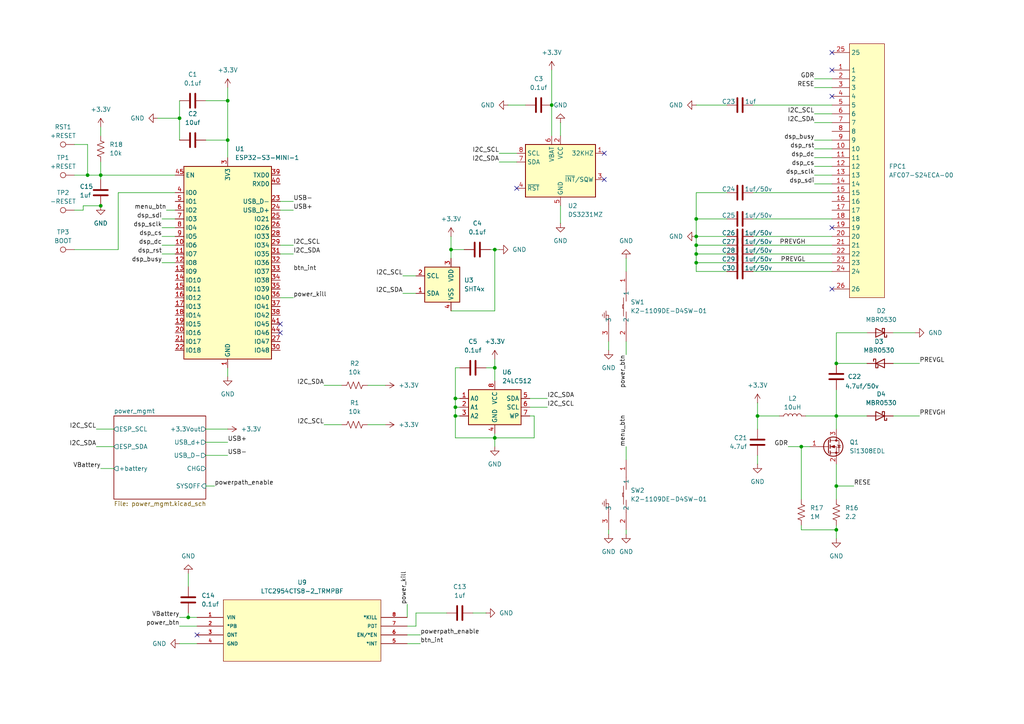
<source format=kicad_sch>
(kicad_sch (version 20250114) (generator "eeschema") (generator_version "9.0")
  (paper "A4")
  (lib_symbols
    (symbol "Connector:TestPoint" (pin_numbers (hide yes)) (pin_names (offset 0.762) (hide yes))
      (property "Reference" "TP" (at 0 6.858 0))
      (property "Value" "TestPoint" (at 0 5.08 0))
      (symbol "TestPoint_0_1"
        (circle (center 0 3.302) (radius 0.762))
      )
      (symbol "TestPoint_1_1"
        (pin passive line (at 0 0 90) (length 2.54) (name "1") (number "1"))
      )
    )
    (symbol "Device:C" (pin_numbers (hide yes)) (pin_names (offset 0.254))
      (property "Reference" "C" (at 0.635 2.54 0))
      (property "Value" "C" (at 0.635 -2.54 0))
      (symbol "C_0_1"
        (polyline (pts (xy -2.032 0.762) (xy 2.032 0.762)) (stroke (width 0.508)))
        (polyline (pts (xy -2.032 -0.762) (xy 2.032 -0.762)) (stroke (width 0.508)))
      )
      (symbol "C_1_1"
        (pin passive line (at 0 3.81 270) (length 2.794) (name "~") (number "1"))
        (pin passive line (at 0 -3.81 90) (length 2.794) (name "~") (number "2"))
      )
    )
    (symbol "Device:L" (pin_numbers (hide yes)) (pin_names (offset 1.016) (hide yes))
      (property "Reference" "L" (at -1.27 0 90))
      (property "Value" "L" (at 1.905 0 90))
      (symbol "L_0_1"
        (arc (start 0 2.54) (mid 0.6323 1.905) (end 0 1.27))
        (arc (start 0 1.27) (mid 0.6323 0.635) (end 0 0))
        (arc (start 0 0) (mid 0.6323 -0.635) (end 0 -1.27))
        (arc (start 0 -1.27) (mid 0.6323 -1.905) (end 0 -2.54))
      )
      (symbol "L_1_1"
        (pin passive line (at 0 3.81 270) (length 1.27) (name "1") (number "1"))
        (pin passive line (at 0 -3.81 90) (length 1.27) (name "2") (number "2"))
      )
    )
    (symbol "Device:R_US" (pin_numbers (hide yes)) (pin_names (offset 0))
      (property "Reference" "R" (at 2.54 0 90))
      (property "Value" "R_US" (at -2.54 0 90))
      (symbol "R_US_0_1"
        (polyline (pts (xy 0 2.286) (xy 0 2.54)))
        (polyline (pts (xy 0 2.286) (xy 1.016 1.905) (xy 0 1.524) (xy -1.016 1.143) (xy 0 0.762)))
        (polyline (pts (xy 0 0.762) (xy 1.016 0.381) (xy 0 0) (xy -1.016 -0.381) (xy 0 -0.762)))
        (polyline (pts (xy 0 -0.762) (xy 1.016 -1.143) (xy 0 -1.524) (xy -1.016 -1.905) (xy 0 -2.286)))
        (polyline (pts (xy 0 -2.286) (xy 0 -2.54)))
      )
      (symbol "R_US_1_1"
        (pin passive line (at 0 3.81 270) (length 1.27) (name "~") (number "1"))
        (pin passive line (at 0 -3.81 90) (length 1.27) (name "~") (number "2"))
      )
    )
    (symbol "Diode:MBR0530" (pin_numbers (hide yes)) (pin_names (offset 1.016) (hide yes))
      (property "Reference" "D" (at 0 2.54 0))
      (property "Value" "MBR0530" (at 0 -2.54 0))
      (symbol "MBR0530_0_1"
        (polyline (pts (xy -1.905 0.635) (xy -1.905 1.27) (xy -1.27 1.27) (xy -1.27 -1.27) (xy -0.635 -1.27) (xy -0.635 -0.635)) (stroke (width 0.254)))
        (polyline (pts (xy 1.27 1.27) (xy 1.27 -1.27) (xy -1.27 0) (xy 1.27 1.27)) (stroke (width 0.254)))
        (polyline (pts (xy 1.27 0) (xy -1.27 0)))
      )
      (symbol "MBR0530_1_1"
        (pin passive line (at -3.81 0 0) (length 2.54) (name "K") (number "1"))
        (pin passive line (at 3.81 0 180) (length 2.54) (name "A") (number "2"))
      )
    )
    (symbol "FPC-SMD_AFC07-S24ECA-00:AFC07-S24ECA-00"
      (property "Reference" "FPC" (at 0 39.37 0))
      (property "Value" "AFC07-S24ECA-00" (at 0 -39.37 0))
      (symbol "AFC07-S24ECA-00_0_1"
        (rectangle (start -2.54 36.83) (end 7.62 -36.83) (fill (type background)))
        (pin unspecified line (at -7.62 34.29 0) (length 5.08) (name "25") (number "25"))
        (pin unspecified line (at -7.62 29.21 0) (length 5.08) (name "1") (number "1"))
        (pin unspecified line (at -7.62 26.67 0) (length 5.08) (name "2") (number "2"))
        (pin unspecified line (at -7.62 24.13 0) (length 5.08) (name "3") (number "3"))
        (pin unspecified line (at -7.62 21.59 0) (length 5.08) (name "4") (number "4"))
        (pin unspecified line (at -7.62 19.05 0) (length 5.08) (name "5") (number "5"))
        (pin unspecified line (at -7.62 16.51 0) (length 5.08) (name "6") (number "6"))
        (pin unspecified line (at -7.62 13.97 0) (length 5.08) (name "7") (number "7"))
        (pin unspecified line (at -7.62 11.43 0) (length 5.08) (name "8") (number "8"))
        (pin unspecified line (at -7.62 8.89 0) (length 5.08) (name "9") (number "9"))
        (pin unspecified line (at -7.62 6.35 0) (length 5.08) (name "10") (number "10"))
        (pin unspecified line (at -7.62 3.81 0) (length 5.08) (name "11") (number "11"))
        (pin unspecified line (at -7.62 1.27 0) (length 5.08) (name "12") (number "12"))
        (pin unspecified line (at -7.62 -1.27 0) (length 5.08) (name "13") (number "13"))
        (pin unspecified line (at -7.62 -3.81 0) (length 5.08) (name "14") (number "14"))
        (pin unspecified line (at -7.62 -6.35 0) (length 5.08) (name "15") (number "15"))
        (pin unspecified line (at -7.62 -8.89 0) (length 5.08) (name "16") (number "16"))
        (pin unspecified line (at -7.62 -11.43 0) (length 5.08) (name "17") (number "17"))
        (pin unspecified line (at -7.62 -13.97 0) (length 5.08) (name "18") (number "18"))
        (pin unspecified line (at -7.62 -16.51 0) (length 5.08) (name "19") (number "19"))
        (pin unspecified line (at -7.62 -19.05 0) (length 5.08) (name "20") (number "20"))
        (pin unspecified line (at -7.62 -21.59 0) (length 5.08) (name "21") (number "21"))
        (pin unspecified line (at -7.62 -24.13 0) (length 5.08) (name "22") (number "22"))
        (pin unspecified line (at -7.62 -26.67 0) (length 5.08) (name "23") (number "23"))
        (pin unspecified line (at -7.62 -29.21 0) (length 5.08) (name "24") (number "24"))
        (pin unspecified line (at -7.62 -34.29 0) (length 5.08) (name "26") (number "26"))
      )
    )
    (symbol "K2-1109DE-D4SW-01:K2-1109DE-D4SW-01"
      (property "Reference" "SW" (at 0 15.24 0))
      (property "Value" "K2-1109DE-D4SW-01" (at 0 -15.24 0))
      (symbol "K2-1109DE-D4SW-01_0_1"
        (polyline (pts (xy -6.86 -2.29) (xy -6.86 -2.79)))
        (polyline (pts (xy -6.35 -1.78) (xy -6.35 -3.3)))
        (polyline (pts (xy -5.84 -1.27) (xy -5.84 -3.81)))
        (polyline (pts (xy -5.08 -5.08) (xy -5.08 -2.54) (xy -5.84 -2.54)))
        (polyline (pts (xy -0.76 -0.51) (xy -1.02 -0.51) (xy -1.02 0.51) (xy -0.76 0.51)))
        (polyline (pts (xy -0.76 -2.79) (xy -0.76 2.54)))
        (polyline (pts (xy 0 1.52) (xy 0 5.08)))
        (polyline (pts (xy 0 -5.08) (xy 0 -1.52)))
        (pin unspecified line (at -5.08 -10.16 90) (length 5.08) (name "3") (number "3"))
        (pin unspecified line (at 0 10.16 270) (length 5.08) (name "1") (number "1"))
        (pin unspecified line (at 0 -10.16 90) (length 5.08) (name "2") (number "2"))
      )
    )
    (symbol "LTC2954CTS8_2_TRMPBF:LTC2954CTS8-2_TRMPBF" (pin_names (offset 1.016))
      (property "Reference" "U" (at 25.7556 9.1186 0))
      (property "Value" "LTC2954CTS8-2_TRMPBF" (at 25.1206 6.5786 0))
      (symbol "LTC2954CTS8-2_TRMPBF_0_0"
        (rectangle (start 7.62 -12.7) (end 53.34 5.08) (stroke (width 0.1524)) (fill (type background)))
        (pin input line (at 0 0 0) (length 7.62) (name "VIN") (number "1"))
        (pin input line (at 0 -2.54 0) (length 7.62) (name "*PB") (number "2"))
        (pin input line (at 0 -5.08 0) (length 7.62) (name "ONT") (number "3"))
        (pin power_in line (at 0 -7.62 0) (length 7.62) (name "GND") (number "4"))
        (pin input line (at 60.96 0 180) (length 7.62) (name "*KILL") (number "8"))
        (pin input line (at 60.96 -2.54 180) (length 7.62) (name "PDT") (number "7"))
        (pin output line (at 60.96 -5.08 180) (length 7.62) (name "EN/*EN") (number "6"))
        (pin output line (at 60.96 -7.62 180) (length 7.62) (name "*INT") (number "5"))
      )
    )
    (symbol "Memory_EEPROM:24LC512"
      (property "Reference" "U" (at -6.35 6.35 0))
      (property "Value" "24LC512" (at 1.27 6.35 0))
      (symbol "24LC512_1_1"
        (rectangle (start -7.62 5.08) (end 7.62 -5.08) (stroke (width 0.254)) (fill (type background)))
        (pin input line (at -10.16 2.54 0) (length 2.54) (name "A0") (number "1"))
        (pin input line (at -10.16 0 0) (length 2.54) (name "A1") (number "2"))
        (pin input line (at -10.16 -2.54 0) (length 2.54) (name "A2") (number "3"))
        (pin power_in line (at 0 7.62 270) (length 2.54) (name "VCC") (number "8"))
        (pin power_in line (at 0 -7.62 90) (length 2.54) (name "GND") (number "4"))
        (pin bidirectional line (at 10.16 2.54 180) (length 2.54) (name "SDA") (number "5"))
        (pin input line (at 10.16 0 180) (length 2.54) (name "SCL") (number "6"))
        (pin input line (at 10.16 -2.54 180) (length 2.54) (name "WP") (number "7"))
      )
    )
    (symbol "RF_Module:ESP32-S3-MINI-1"
      (property "Reference" "U" (at -11.43 29.21 0))
      (property "Value" "ESP32-S3-MINI-1" (at 12.7 29.21 0))
      (symbol "ESP32-S3-MINI-1_0_1"
        (rectangle (start -12.7 27.94) (end 12.7 -27.94) (stroke (width 0.254)) (fill (type background)))
      )
      (symbol "ESP32-S3-MINI-1_1_1"
        (pin input line (at -15.24 25.4 0) (length 2.54) (name "EN") (number "45"))
        (pin bidirectional line (at -15.24 20.32 0) (length 2.54) (name "IO0") (number "4"))
        (pin bidirectional line (at -15.24 17.78 0) (length 2.54) (name "IO1") (number "5"))
        (pin bidirectional line (at -15.24 15.24 0) (length 2.54) (name "IO2") (number "6"))
        (pin bidirectional line (at -15.24 12.7 0) (length 2.54) (name "IO3") (number "7"))
        (pin bidirectional line (at -15.24 10.16 0) (length 2.54) (name "IO4") (number "8"))
        (pin bidirectional line (at -15.24 7.62 0) (length 2.54) (name "IO5") (number "9"))
        (pin bidirectional line (at -15.24 5.08 0) (length 2.54) (name "IO6") (number "10"))
        (pin bidirectional line (at -15.24 2.54 0) (length 2.54) (name "IO7") (number "11"))
        (pin bidirectional line (at -15.24 0 0) (length 2.54) (name "IO8") (number "12"))
        (pin bidirectional line (at -15.24 -2.54 0) (length 2.54) (name "IO9") (number "13"))
        (pin bidirectional line (at -15.24 -5.08 0) (length 2.54) (name "IO10") (number "14"))
        (pin bidirectional line (at -15.24 -7.62 0) (length 2.54) (name "IO11") (number "15"))
        (pin bidirectional line (at -15.24 -10.16 0) (length 2.54) (name "IO12") (number "16"))
        (pin bidirectional line (at -15.24 -12.7 0) (length 2.54) (name "IO13") (number "17"))
        (pin bidirectional line (at -15.24 -15.24 0) (length 2.54) (name "IO14") (number "18"))
        (pin bidirectional line (at -15.24 -17.78 0) (length 2.54) (name "IO15") (number "19"))
        (pin bidirectional line (at -15.24 -20.32 0) (length 2.54) (name "IO16") (number "20"))
        (pin bidirectional line (at -15.24 -22.86 0) (length 2.54) (name "IO17") (number "21"))
        (pin bidirectional line (at -15.24 -25.4 0) (length 2.54) (name "IO18") (number "22"))
        (pin power_in line (at 0 30.48 270) (length 2.54) (name "3V3") (number "3"))
        (pin power_in line (at 0 -30.48 90) (length 2.54) (name "GND") (number "1"))
        (pin passive line (at 0 -30.48 90) (length 2.54) (hide yes) (name "GND") (number "2"))
        (pin passive line (at 0 -30.48 90) (length 2.54) (hide yes) (name "GND") (number "42"))
        (pin passive line (at 0 -30.48 90) (length 2.54) (hide yes) (name "GND") (number "43"))
        (pin passive line (at 0 -30.48 90) (length 2.54) (hide yes) (name "GND") (number "46"))
        (pin passive line (at 0 -30.48 90) (length 2.54) (hide yes) (name "GND") (number "47"))
        (pin passive line (at 0 -30.48 90) (length 2.54) (hide yes) (name "GND") (number "48"))
        (pin passive line (at 0 -30.48 90) (length 2.54) (hide yes) (name "GND") (number "49"))
        (pin passive line (at 0 -30.48 90) (length 2.54) (hide yes) (name "GND") (number "50"))
        (pin passive line (at 0 -30.48 90) (length 2.54) (hide yes) (name "GND") (number "51"))
        (pin passive line (at 0 -30.48 90) (length 2.54) (hide yes) (name "GND") (number "52"))
        (pin passive line (at 0 -30.48 90) (length 2.54) (hide yes) (name "GND") (number "53"))
        (pin passive line (at 0 -30.48 90) (length 2.54) (hide yes) (name "GND") (number "54"))
        (pin passive line (at 0 -30.48 90) (length 2.54) (hide yes) (name "GND") (number "55"))
        (pin passive line (at 0 -30.48 90) (length 2.54) (hide yes) (name "GND") (number "56"))
        (pin passive line (at 0 -30.48 90) (length 2.54) (hide yes) (name "GND") (number "57"))
        (pin passive line (at 0 -30.48 90) (length 2.54) (hide yes) (name "GND") (number "58"))
        (pin passive line (at 0 -30.48 90) (length 2.54) (hide yes) (name "GND") (number "59"))
        (pin passive line (at 0 -30.48 90) (length 2.54) (hide yes) (name "GND") (number "60"))
        (pin passive line (at 0 -30.48 90) (length 2.54) (hide yes) (name "GND") (number "61"))
        (pin passive line (at 0 -30.48 90) (length 2.54) (hide yes) (name "GND") (number "62"))
        (pin passive line (at 0 -30.48 90) (length 2.54) (hide yes) (name "GND") (number "63"))
        (pin passive line (at 0 -30.48 90) (length 2.54) (hide yes) (name "GND") (number "64"))
        (pin passive line (at 0 -30.48 90) (length 2.54) (hide yes) (name "GND") (number "65"))
        (pin bidirectional line (at 15.24 25.4 180) (length 2.54) (name "TXD0") (number "39"))
        (pin bidirectional line (at 15.24 22.86 180) (length 2.54) (name "RXD0") (number "40"))
        (pin bidirectional line (at 15.24 17.78 180) (length 2.54) (name "USB_D-") (number "23"))
        (pin bidirectional line (at 15.24 15.24 180) (length 2.54) (name "USB_D+") (number "24"))
        (pin bidirectional line (at 15.24 12.7 180) (length 2.54) (name "IO21") (number "25"))
        (pin bidirectional line (at 15.24 10.16 180) (length 2.54) (name "IO26") (number "26"))
        (pin bidirectional line (at 15.24 7.62 180) (length 2.54) (name "IO33") (number "28"))
        (pin bidirectional line (at 15.24 5.08 180) (length 2.54) (name "IO34") (number "29"))
        (pin bidirectional line (at 15.24 2.54 180) (length 2.54) (name "IO35") (number "31"))
        (pin bidirectional line (at 15.24 0 180) (length 2.54) (name "IO36") (number "32"))
        (pin bidirectional line (at 15.24 -2.54 180) (length 2.54) (name "IO37") (number "33"))
        (pin bidirectional line (at 15.24 -5.08 180) (length 2.54) (name "IO38") (number "34"))
        (pin bidirectional line (at 15.24 -7.62 180) (length 2.54) (name "IO39") (number "35"))
        (pin bidirectional line (at 15.24 -10.16 180) (length 2.54) (name "IO40") (number "36"))
        (pin bidirectional line (at 15.24 -12.7 180) (length 2.54) (name "IO41") (number "37"))
        (pin bidirectional line (at 15.24 -15.24 180) (length 2.54) (name "IO42") (number "38"))
        (pin bidirectional line (at 15.24 -17.78 180) (length 2.54) (name "IO45") (number "41"))
        (pin bidirectional line (at 15.24 -20.32 180) (length 2.54) (name "IO46") (number "44"))
        (pin bidirectional line (at 15.24 -22.86 180) (length 2.54) (name "IO47") (number "27"))
        (pin bidirectional line (at 15.24 -25.4 180) (length 2.54) (name "IO48") (number "30"))
      )
    )
    (symbol "Sensor_Humidity:SHT4x"
      (property "Reference" "U" (at 0 8.89 0))
      (property "Value" "SHT4x" (at 0 6.35 0))
      (symbol "SHT4x_1_1"
        (rectangle (start -5.08 5.08) (end 5.08 -5.08) (stroke (width 0.254)) (fill (type background)))
        (pin input line (at -7.62 2.54 0) (length 2.54) (name "SCL") (number "2"))
        (pin bidirectional line (at -7.62 -2.54 0) (length 2.54) (name "SDA") (number "1"))
        (pin power_in line (at 2.54 7.62 270) (length 2.54) (name "VDD") (number "3"))
        (pin power_in line (at 2.54 -7.62 90) (length 2.54) (name "VSS") (number "4"))
      )
    )
    (symbol "Timer_RTC:DS3231MZ"
      (property "Reference" "U" (at -7.62 8.89 0))
      (property "Value" "DS3231MZ" (at 11.43 8.89 0))
      (symbol "DS3231MZ_0_1"
        (rectangle (start -10.16 7.62) (end 10.16 -7.62) (stroke (width 0.254)) (fill (type background)))
      )
      (symbol "DS3231MZ_1_1"
        (pin input line (at -12.7 5.08 0) (length 2.54) (name "SCL") (number "8"))
        (pin bidirectional line (at -12.7 2.54 0) (length 2.54) (name "SDA") (number "7"))
        (pin bidirectional line (at -12.7 -5.08 0) (length 2.54) (name "~{RST}") (number "4"))
        (pin power_in line (at -2.54 10.16 270) (length 2.54) (name "VBAT") (number "6"))
        (pin power_in line (at 0 10.16 270) (length 2.54) (name "VCC") (number "2"))
        (pin power_in line (at 0 -10.16 90) (length 2.54) (name "GND") (number "5"))
        (pin open_collector line (at 12.7 5.08 180) (length 2.54) (name "32KHZ") (number "1"))
        (pin open_collector line (at 12.7 -2.54 180) (length 2.54) (name "~{INT}/SQW") (number "3"))
      )
    )
    (symbol "Transistor_FET:Si1308EDL" (pin_names (hide yes))
      (property "Reference" "Q" (at 5.08 1.905 0))
      (property "Value" "Si1308EDL" (at 5.08 0 0))
      (symbol "Si1308EDL_0_1"
        (polyline (pts (xy 0.254 1.905) (xy 0.254 -1.905)) (stroke (width 0.254)))
        (polyline (pts (xy 0.254 0) (xy -2.54 0)))
        (polyline (pts (xy 0.762 2.286) (xy 0.762 1.27)) (stroke (width 0.254)))
        (polyline (pts (xy 0.762 0.508) (xy 0.762 -0.508)) (stroke (width 0.254)))
        (polyline (pts (xy 0.762 -1.27) (xy 0.762 -2.286)) (stroke (width 0.254)))
        (polyline (pts (xy 0.762 -1.778) (xy 3.302 -1.778) (xy 3.302 1.778) (xy 0.762 1.778)))
        (polyline (pts (xy 1.016 0) (xy 2.032 0.381) (xy 2.032 -0.381) (xy 1.016 0)) (fill (type outline)))
        (circle (center 1.651 0) (radius 2.794) (stroke (width 0.254)))
        (polyline (pts (xy 2.54 2.54) (xy 2.54 1.778)))
        (circle (center 2.54 1.778) (radius 0.254) (fill (type outline)))
        (circle (center 2.54 -1.778) (radius 0.254) (fill (type outline)))
        (polyline (pts (xy 2.54 -2.54) (xy 2.54 0) (xy 0.762 0)))
        (polyline (pts (xy 2.794 0.508) (xy 2.921 0.381) (xy 3.683 0.381) (xy 3.81 0.254)))
        (polyline (pts (xy 3.302 0.381) (xy 2.921 -0.254) (xy 3.683 -0.254) (xy 3.302 0.381)))
      )
      (symbol "Si1308EDL_1_1"
        (pin input line (at -5.08 0 0) (length 2.54) (name "G") (number "1"))
        (pin passive line (at 2.54 5.08 270) (length 2.54) (name "D") (number "3"))
        (pin passive line (at 2.54 -5.08 90) (length 2.54) (name "S") (number "2"))
      )
    )
    (symbol "power:+3.3V" (power) (pin_numbers (hide yes)) (pin_names (offset 0) (hide yes))
      (property "Value" "+3.3V" (at 0 3.556 0))
      (symbol "+3.3V_0_1"
        (polyline (pts (xy -0.762 1.27) (xy 0 2.54)))
        (polyline (pts (xy 0 2.54) (xy 0.762 1.27)))
        (polyline (pts (xy 0 0) (xy 0 2.54)))
      )
      (symbol "+3.3V_1_1"
        (pin power_in line (at 0 0 90) (length 0) (name "~") (number "1"))
      )
    )
    (symbol "power:GND" (power) (pin_numbers (hide yes)) (pin_names (offset 0) (hide yes))
      (property "Value" "GND" (at 0 -3.81 0))
      (symbol "GND_0_1"
        (polyline (pts (xy 0 0) (xy 0 -1.27) (xy 1.27 -1.27) (xy 0 -2.54) (xy -1.27 -1.27) (xy 0 -1.27)))
      )
      (symbol "GND_1_1"
        (pin power_in line (at 0 0 270) (length 0) (name "~") (number "1"))
      )
    )
  )
  (junction (at 201.93 68.58))
  (junction (at 242.57 140.97))
  (junction (at 66.04 29.21))
  (junction (at 201.93 63.5))
  (junction (at 232.41 129.54))
  (junction (at 66.04 40.64))
  (junction (at 242.57 153.67))
  (junction (at 132.08 118.11))
  (junction (at 132.08 120.65))
  (junction (at 242.57 105.41))
  (junction (at 143.51 106.68))
  (junction (at 201.93 76.2))
  (junction (at 54.61 179.07))
  (junction (at 130.81 72.39))
  (junction (at 143.51 127))
  (junction (at 201.93 73.66))
  (junction (at 132.08 115.57))
  (junction (at 29.21 59.69))
  (junction (at 25.4 50.8))
  (junction (at 29.21 50.8))
  (junction (at 201.93 71.12))
  (junction (at 160.02 30.48))
  (junction (at 242.57 120.65))
  (junction (at 52.07 34.29))
  (junction (at 219.71 120.65))
  (junction (at 143.51 72.39))
  (no_connect (at 149.86 54.61))
  (no_connect (at 241.3 83.82))
  (no_connect (at 81.28 93.98))
  (no_connect (at 241.3 66.04))
  (no_connect (at 175.26 52.07))
  (no_connect (at 241.3 20.32))
  (no_connect (at 57.15 184.15))
  (no_connect (at 241.3 15.24))
  (no_connect (at 81.28 96.52))
  (no_connect (at 175.26 44.45))
  (no_connect (at 241.3 27.94))
  (wire (pts (xy 218.44 78.74) (xy 241.3 78.74)))
  (wire (pts (xy 48.26 60.96) (xy 50.8 60.96)))
  (wire (pts (xy 132.08 118.11) (xy 132.08 120.65)))
  (wire (pts (xy 106.68 111.76) (xy 111.76 111.76)))
  (wire (pts (xy 160.02 20.32) (xy 160.02 30.48)))
  (wire (pts (xy 236.22 53.34) (xy 241.3 53.34)))
  (wire (pts (xy 143.51 125.73) (xy 143.51 127)))
  (wire (pts (xy 50.8 50.8) (xy 29.21 50.8)))
  (wire (pts (xy 160.02 30.48) (xy 160.02 39.37)))
  (wire (pts (xy 147.32 30.48) (xy 152.4 30.48)))
  (wire (pts (xy 218.44 71.12) (xy 241.3 71.12)))
  (wire (pts (xy 242.57 120.65) (xy 242.57 124.46)))
  (wire (pts (xy 242.57 152.4) (xy 242.57 153.67)))
  (wire (pts (xy 132.08 120.65) (xy 133.35 120.65)))
  (wire (pts (xy 59.69 132.08) (xy 66.04 132.08)))
  (wire (pts (xy 25.4 50.8) (xy 29.21 50.8)))
  (wire (pts (xy 133.35 115.57) (xy 132.08 115.57)))
  (wire (pts (xy 54.61 179.07) (xy 57.15 179.07)))
  (wire (pts (xy 66.04 40.64) (xy 66.04 45.72)))
  (wire (pts (xy 236.22 33.02) (xy 241.3 33.02)))
  (wire (pts (xy 153.67 115.57) (xy 158.75 115.57)))
  (wire (pts (xy 21.59 41.91) (xy 25.4 41.91)))
  (wire (pts (xy 133.35 106.68) (xy 132.08 106.68)))
  (wire (pts (xy 236.22 50.8) (xy 241.3 50.8)))
  (wire (pts (xy 54.61 166.37) (xy 54.61 170.18)))
  (wire (pts (xy 59.69 124.46) (xy 66.04 124.46)))
  (wire (pts (xy 236.22 22.86) (xy 241.3 22.86)))
  (wire (pts (xy 218.44 76.2) (xy 241.3 76.2)))
  (wire (pts (xy 132.08 118.11) (xy 133.35 118.11)))
  (wire (pts (xy 46.99 76.2) (xy 50.8 76.2)))
  (wire (pts (xy 118.11 175.26) (xy 118.11 179.07)))
  (wire (pts (xy 24.13 59.69) (xy 29.21 59.69)))
  (wire (pts (xy 46.99 73.66) (xy 50.8 73.66)))
  (wire (pts (xy 201.93 68.58) (xy 210.82 68.58)))
  (wire (pts (xy 201.93 68.58) (xy 201.93 71.12)))
  (wire (pts (xy 236.22 43.18) (xy 241.3 43.18)))
  (wire (pts (xy 52.07 34.29) (xy 52.07 40.64)))
  (wire (pts (xy 29.21 50.8) (xy 29.21 52.07)))
  (wire (pts (xy 232.41 152.4) (xy 232.41 153.67)))
  (wire (pts (xy 81.28 60.96) (xy 85.09 60.96)))
  (wire (pts (xy 259.08 105.41) (xy 266.7 105.41)))
  (wire (pts (xy 93.98 123.19) (xy 99.06 123.19)))
  (wire (pts (xy 233.68 120.65) (xy 242.57 120.65)))
  (wire (pts (xy 66.04 29.21) (xy 66.04 40.64)))
  (wire (pts (xy 242.57 96.52) (xy 242.57 105.41)))
  (wire (pts (xy 132.08 120.65) (xy 132.08 127)))
  (wire (pts (xy 242.57 134.62) (xy 242.57 140.97)))
  (wire (pts (xy 52.07 181.61) (xy 57.15 181.61)))
  (wire (pts (xy 219.71 120.65) (xy 219.71 124.46)))
  (wire (pts (xy 201.93 71.12) (xy 210.82 71.12)))
  (wire (pts (xy 232.41 129.54) (xy 234.95 129.54)))
  (wire (pts (xy 154.94 127) (xy 143.51 127)))
  (wire (pts (xy 52.07 29.21) (xy 52.07 34.29)))
  (wire (pts (xy 153.67 120.65) (xy 154.94 120.65)))
  (wire (pts (xy 46.99 68.58) (xy 50.8 68.58)))
  (wire (pts (xy 59.69 29.21) (xy 66.04 29.21)))
  (wire (pts (xy 242.57 140.97) (xy 242.57 144.78)))
  (wire (pts (xy 218.44 55.88) (xy 241.3 55.88)))
  (wire (pts (xy 144.78 44.45) (xy 149.86 44.45)))
  (wire (pts (xy 81.28 58.42) (xy 85.09 58.42)))
  (wire (pts (xy 46.99 63.5) (xy 50.8 63.5)))
  (wire (pts (xy 81.28 71.12) (xy 85.09 71.12)))
  (wire (pts (xy 29.21 50.8) (xy 29.21 46.99)))
  (wire (pts (xy 242.57 120.65) (xy 251.46 120.65)))
  (wire (pts (xy 242.57 113.03) (xy 242.57 120.65)))
  (wire (pts (xy 176.53 99.06) (xy 176.53 101.6)))
  (wire (pts (xy 132.08 127) (xy 143.51 127)))
  (wire (pts (xy 143.51 72.39) (xy 144.78 72.39)))
  (wire (pts (xy 201.93 63.5) (xy 210.82 63.5)))
  (wire (pts (xy 130.81 72.39) (xy 134.62 72.39)))
  (wire (pts (xy 46.99 71.12) (xy 50.8 71.12)))
  (wire (pts (xy 218.44 73.66) (xy 241.3 73.66)))
  (wire (pts (xy 219.71 116.84) (xy 219.71 120.65)))
  (wire (pts (xy 140.97 106.68) (xy 143.51 106.68)))
  (wire (pts (xy 130.81 90.17) (xy 143.51 90.17)))
  (wire (pts (xy 162.56 35.56) (xy 162.56 39.37)))
  (wire (pts (xy 21.59 72.39) (xy 34.29 72.39)))
  (wire (pts (xy 106.68 123.19) (xy 111.76 123.19)))
  (wire (pts (xy 143.51 104.14) (xy 143.51 106.68)))
  (wire (pts (xy 242.57 105.41) (xy 251.46 105.41)))
  (wire (pts (xy 132.08 106.68) (xy 132.08 115.57)))
  (wire (pts (xy 45.72 34.29) (xy 52.07 34.29)))
  (wire (pts (xy 21.59 50.8) (xy 25.4 50.8)))
  (wire (pts (xy 120.65 181.61) (xy 120.65 177.8)))
  (wire (pts (xy 228.6 129.54) (xy 232.41 129.54)))
  (wire (pts (xy 236.22 35.56) (xy 241.3 35.56)))
  (wire (pts (xy 201.93 76.2) (xy 201.93 78.74)))
  (wire (pts (xy 181.61 129.54) (xy 181.61 133.35)))
  (wire (pts (xy 242.57 153.67) (xy 242.57 156.21)))
  (wire (pts (xy 59.69 40.64) (xy 66.04 40.64)))
  (wire (pts (xy 210.82 55.88) (xy 201.93 55.88)))
  (wire (pts (xy 236.22 45.72) (xy 241.3 45.72)))
  (wire (pts (xy 25.4 41.91) (xy 25.4 50.8)))
  (wire (pts (xy 218.44 68.58) (xy 241.3 68.58)))
  (wire (pts (xy 66.04 106.68) (xy 66.04 109.22)))
  (wire (pts (xy 118.11 181.61) (xy 120.65 181.61)))
  (wire (pts (xy 46.99 66.04) (xy 50.8 66.04)))
  (wire (pts (xy 130.81 72.39) (xy 130.81 74.93)))
  (wire (pts (xy 201.93 71.12) (xy 201.93 73.66)))
  (wire (pts (xy 232.41 153.67) (xy 242.57 153.67)))
  (wire (pts (xy 181.61 153.67) (xy 181.61 154.94)))
  (wire (pts (xy 144.78 46.99) (xy 149.86 46.99)))
  (wire (pts (xy 251.46 96.52) (xy 242.57 96.52)))
  (wire (pts (xy 242.57 140.97) (xy 247.65 140.97)))
  (wire (pts (xy 59.69 128.27) (xy 66.04 128.27)))
  (wire (pts (xy 143.51 90.17) (xy 143.51 72.39)))
  (wire (pts (xy 143.51 106.68) (xy 143.51 110.49)))
  (wire (pts (xy 24.13 60.96) (xy 24.13 59.69)))
  (wire (pts (xy 162.56 59.69) (xy 162.56 64.77)))
  (wire (pts (xy 116.84 85.09) (xy 120.65 85.09)))
  (wire (pts (xy 210.82 78.74) (xy 201.93 78.74)))
  (wire (pts (xy 176.53 153.67) (xy 176.53 154.94)))
  (wire (pts (xy 236.22 25.4) (xy 241.3 25.4)))
  (wire (pts (xy 27.94 129.54) (xy 33.02 129.54)))
  (wire (pts (xy 116.84 80.01) (xy 120.65 80.01)))
  (wire (pts (xy 21.59 60.96) (xy 24.13 60.96)))
  (wire (pts (xy 236.22 40.64) (xy 241.3 40.64)))
  (wire (pts (xy 29.21 135.89) (xy 33.02 135.89)))
  (wire (pts (xy 142.24 72.39) (xy 143.51 72.39)))
  (wire (pts (xy 118.11 186.69) (xy 121.92 186.69)))
  (wire (pts (xy 153.67 118.11) (xy 158.75 118.11)))
  (wire (pts (xy 81.28 73.66) (xy 85.09 73.66)))
  (wire (pts (xy 201.93 30.48) (xy 210.82 30.48)))
  (wire (pts (xy 143.51 127) (xy 143.51 129.54)))
  (wire (pts (xy 236.22 48.26) (xy 241.3 48.26)))
  (wire (pts (xy 218.44 63.5) (xy 241.3 63.5)))
  (wire (pts (xy 154.94 120.65) (xy 154.94 127)))
  (wire (pts (xy 132.08 115.57) (xy 132.08 118.11)))
  (wire (pts (xy 34.29 72.39) (xy 34.29 55.88)))
  (wire (pts (xy 210.82 76.2) (xy 201.93 76.2)))
  (wire (pts (xy 118.11 184.15) (xy 121.92 184.15)))
  (wire (pts (xy 52.07 186.69) (xy 57.15 186.69)))
  (wire (pts (xy 219.71 120.65) (xy 226.06 120.65)))
  (wire (pts (xy 59.69 140.97) (xy 62.23 140.97)))
  (wire (pts (xy 54.61 177.8) (xy 54.61 179.07)))
  (wire (pts (xy 93.98 111.76) (xy 99.06 111.76)))
  (wire (pts (xy 259.08 96.52) (xy 265.43 96.52)))
  (wire (pts (xy 29.21 36.83) (xy 29.21 39.37)))
  (wire (pts (xy 66.04 25.4) (xy 66.04 29.21)))
  (wire (pts (xy 201.93 55.88) (xy 201.93 63.5)))
  (wire (pts (xy 201.93 73.66) (xy 201.93 76.2)))
  (wire (pts (xy 130.81 68.58) (xy 130.81 72.39)))
  (wire (pts (xy 81.28 86.36) (xy 85.09 86.36)))
  (wire (pts (xy 259.08 120.65) (xy 266.7 120.65)))
  (wire (pts (xy 218.44 30.48) (xy 241.3 30.48)))
  (wire (pts (xy 232.41 129.54) (xy 232.41 144.78)))
  (wire (pts (xy 120.65 177.8) (xy 129.54 177.8)))
  (wire (pts (xy 219.71 132.08) (xy 219.71 134.62)))
  (wire (pts (xy 52.07 179.07) (xy 54.61 179.07)))
  (wire (pts (xy 181.61 74.93) (xy 181.61 78.74)))
  (wire (pts (xy 201.93 73.66) (xy 210.82 73.66)))
  (wire (pts (xy 181.61 99.06) (xy 181.61 102.87)))
  (wire (pts (xy 201.93 63.5) (xy 201.93 68.58)))
  (wire (pts (xy 34.29 55.88) (xy 50.8 55.88)))
  (wire (pts (xy 137.16 177.8) (xy 140.97 177.8)))
  (wire (pts (xy 27.94 124.46) (xy 33.02 124.46)))
  (label "menu_btn" (at 48.26 60.96 180))
  (label "PREVGL" (at 233.68 76.2 180))
  (label "power_btn" (at 181.61 102.87 270))
  (label "PREVGH" (at 266.7 120.65 0))
  (label "power_btn" (at 52.07 181.61 180))
  (label "menu_btn" (at 181.61 129.54 90))
  (label "dsp_dc" (at 46.99 71.12 180))
  (label "powerpath_enable" (at 121.92 184.15 0))
  (label "I2C_SDA" (at 144.78 46.99 180))
  (label "RESE" (at 236.22 25.4 180))
  (label "power_kill" (at 85.09 86.36 0))
  (label "dsp_cs" (at 236.22 48.26 180))
  (label "USB-" (at 85.09 58.42 0))
  (label "powerpath_enable" (at 62.23 140.97 0))
  (label "dsp_busy" (at 46.99 76.2 180))
  (label "I2C_SCL" (at 144.78 44.45 180))
  (label "dsp_sclk" (at 46.99 66.04 180))
  (label "GDR" (at 236.22 22.86 180))
  (label "USB-" (at 66.04 132.08 0))
  (label "dsp_rst" (at 236.22 43.18 180))
  (label "I2C_SDA" (at 236.22 35.56 180))
  (label "GDR" (at 228.6 129.54 180))
  (label "PREVGL" (at 266.7 105.41 0))
  (label "I2C_SCL" (at 27.94 124.46 180))
  (label "I2C_SCL" (at 85.09 71.12 0))
  (label "I2C_SDA" (at 85.09 73.66 0))
  (label "I2C_SDA" (at 158.75 115.57 0))
  (label "btn_int" (at 121.92 186.69 0))
  (label "dsp_sdi" (at 46.99 63.5 180))
  (label "dsp_rst" (at 46.99 73.66 180))
  (label "I2C_SCL" (at 236.22 33.02 180))
  (label "VBattery" (at 29.21 135.89 180))
  (label "I2C_SDA" (at 93.98 111.76 180))
  (label "PREVGH" (at 233.68 71.12 180))
  (label "USB+" (at 66.04 128.27 0))
  (label "power_kill" (at 118.11 175.26 90))
  (label "USB+" (at 85.09 60.96 0))
  (label "I2C_SCL" (at 116.84 80.01 180))
  (label "VBattery" (at 52.07 179.07 180))
  (label "dsp_cs" (at 46.99 68.58 180))
  (label "I2C_SCL" (at 158.75 118.11 0))
  (label "btn_int" (at 85.09 78.74 0))
  (label "I2C_SDA" (at 116.84 85.09 180))
  (label "RESE" (at 247.65 140.97 0))
  (label "I2C_SDA" (at 27.94 129.54 180))
  (label "dsp_sdi" (at 236.22 53.34 180))
  (label "dsp_busy" (at 236.22 40.64 180))
  (label "I2C_SCL" (at 93.98 123.19 180))
  (label "dsp_sclk" (at 236.22 50.8 180))
  (label "dsp_dc" (at 236.22 45.72 180))
  (symbol (lib_id "power:GND") (at 144.78 72.39 90) (unit 1)
    (property "Reference" "#PWR08" (effects (hide yes)))
    (property "Value" "GND" (at 148.59 72.3899 90) (effects (justify right)))
    (property "Description" "Power symbol creates a global label with name \"GND\" , ground" (effects (hide yes)))
  )
  (symbol (lib_id "Device:C") (at 137.16 106.68 90) (unit 1)
    (property "Reference" "C5" (at 137.16 99.06 90))
    (property "Value" "0.1uf" (at 137.16 101.6 90))
    (property "Footprint" "Capacitor_SMD:C_0201_0603Metric" (effects (hide yes)))
    (property "Description" "Unpolarized capacitor" (effects (hide yes)))
  )
  (symbol (lib_id "LTC2954CTS8_2_TRMPBF:LTC2954CTS8-2_TRMPBF") (at 57.15 179.07 0) (unit 1)
    (property "Reference" "U9" (at 87.63 168.91 0))
    (property "Value" "LTC2954CTS8-2_TRMPBF" (at 87.63 171.45 0))
    (property "Footprint" "LTC2954CTS8_2_TRMPBF:TSOT-23_TS8" (effects (hide yes)))
    (property "VENDOR" "Linear Technology" (effects (hide yes)))
    (property "MANUFACTURER_PART_NUMBER" "ltc2954cts81" (effects (hide yes)))
  )
  (symbol (lib_id "power:GND") (at 219.71 134.62 0) (unit 1)
    (property "Reference" "#PWR038" (effects (hide yes)))
    (property "Value" "GND" (at 219.71 139.7 0))
    (property "Description" "Power symbol creates a global label with name \"GND\" , ground" (effects (hide yes)))
  )
  (symbol (lib_id "power:GND") (at 265.43 96.52 90) (unit 1)
    (property "Reference" "#PWR039" (effects (hide yes)))
    (property "Value" "GND" (at 269.24 96.5199 90) (effects (justify right)))
    (property "Description" "Power symbol creates a global label with name \"GND\" , ground" (effects (hide yes)))
  )
  (symbol (lib_id "power:GND") (at 140.97 177.8 90) (unit 1)
    (property "Reference" "#PWR044" (effects (hide yes)))
    (property "Value" "GND" (at 144.78 177.7999 90) (effects (justify right)))
    (property "Description" "Power symbol creates a global label with name \"GND\" , ground" (effects (hide yes)))
  )
  (symbol (lib_id "Diode:MBR0530") (at 255.27 105.41 0) (unit 1)
    (property "Reference" "D3" (at 254.9525 99.06 0))
    (property "Value" "MBR0530" (at 254.9525 101.6 0))
    (property "Footprint" "Diode_SMD:D_SOD-123" (effects (hide yes)))
    (property "Datasheet" "http://www.mccsemi.com/up_pdf/MBR0520~MBR0580(SOD123).pdf" (effects (hide yes)))
    (property "Description" "30V 0.5A Schottky Power Rectifier Diode, SOD-123" (effects (hide yes)))
  )
  (symbol (lib_id "Device:C") (at 214.63 68.58 90) (unit 1)
    (property "Reference" "C26" (at 211.328 67.564 90))
    (property "Value" "1uf/50v" (at 219.964 67.564 90))
    (property "Footprint" "Capacitor_SMD:C_0201_0603Metric" (effects (hide yes)))
    (property "Description" "Unpolarized capacitor" (effects (hide yes)))
  )
  (symbol (lib_id "Connector:TestPoint") (at 21.59 60.96 90) (unit 1)
    (property "Reference" "TP2" (at 18.288 55.88 90))
    (property "Value" "-RESET" (at 18.288 58.42 90))
    (property "Footprint" "TestPoint:TestPoint_Pad_1.0x1.0mm" (effects (hide yes)))
    (property "Description" "test point" (effects (hide yes)))
  )
  (symbol (lib_id "Device:C") (at 156.21 30.48 90) (unit 1)
    (property "Reference" "C3" (at 156.21 22.86 90))
    (property "Value" "0.1uf" (at 156.21 25.4 90))
    (property "Footprint" "Capacitor_SMD:C_0201_0603Metric" (effects (hide yes)))
    (property "Description" "Unpolarized capacitor" (effects (hide yes)))
  )
  (symbol (lib_id "Device:R_US") (at 232.41 148.59 180) (unit 1)
    (property "Reference" "R17" (at 234.95 147.3199 0) (effects (justify right)))
    (property "Value" "1M" (at 234.95 149.8599 0) (effects (justify right)))
    (property "Footprint" "Resistor_SMD:R_0201_0603Metric" (effects (hide yes)))
    (property "Description" "Resistor, US symbol" (effects (hide yes)))
  )
  (symbol (lib_id "power:GND") (at 66.04 109.22 0) (unit 1)
    (property "Reference" "#PWR013" (effects (hide yes)))
    (property "Value" "GND" (at 66.04 114.3 0))
    (property "Description" "Power symbol creates a global label with name \"GND\" , ground" (effects (hide yes)))
  )
  (symbol (lib_id "K2-1109DE-D4SW-01:K2-1109DE-D4SW-01") (at 181.61 88.9 0) (unit 1)
    (property "Reference" "SW1" (at 182.88 87.6299 0) (effects (justify left)))
    (property "Value" "K2-1109DE-D4SW-01" (at 182.88 90.1699 0) (effects (justify left)))
    (property "Footprint" "K2-1109DE-D4SW-01:KEY-TH_K2-1109DE-CXXW-XX" (effects (hide yes)))
    (property "Datasheet" "https://lcsc.com/product-detail/Tactile-Switches_Korean-Hroparts-Elec-K2-1109DE-D4SW-01_C223806.html" (effects (hide yes)))
    (property "LCSC Part" "C223806" (effects (hide yes)))
  )
  (symbol (lib_id "Device:R_US") (at 242.57 148.59 180) (unit 1)
    (property "Reference" "R16" (at 245.11 147.3199 0) (effects (justify right)))
    (property "Value" "2.2" (at 245.11 149.8599 0) (effects (justify right)))
    (property "Footprint" "Resistor_SMD:R_0201_0603Metric" (effects (hide yes)))
    (property "Description" "Resistor, US symbol" (effects (hide yes)))
  )
  (symbol (lib_id "power:+3.3V") (at 111.76 111.76 270) (unit 1)
    (property "Reference" "#PWR07" (effects (hide yes)))
    (property "Value" "+3.3V" (at 115.57 111.7599 90) (effects (justify left)))
    (property "Description" "Power symbol creates a global label with name \"+3.3V\"" (effects (hide yes)))
  )
  (symbol (lib_id "power:GND") (at 29.21 59.69 0) (unit 1)
    (property "Reference" "#PWR049" (effects (hide yes)))
    (property "Value" "GND" (at 29.21 64.77 0))
    (property "Description" "Power symbol creates a global label with name \"GND\" , ground" (effects (hide yes)))
  )
  (symbol (lib_id "Sensor_Humidity:SHT4x") (at 128.27 82.55 0) (unit 1)
    (property "Reference" "U3" (at 134.62 81.2799 0) (effects (justify left)))
    (property "Value" "SHT4x" (at 134.62 83.8199 0) (effects (justify left)))
    (property "Footprint" "Sensor_Humidity:Sensirion_DFN-4_1.5x1.5mm_P0.8mm_SHT4x_NoCentralPad" (effects (hide yes)))
    (property "Datasheet" "https://sensirion.com/media/documents/33FD6951/624C4357/Datasheet_SHT4x.pdf" (effects (hide yes)))
    (property "Description" "Digital Humidity and Temperature Sensor, ±1%RH, ±0.1°C, I2C, 1.08-3.6V, 16bit, DFN-4" (effects (hide yes)))
  )
  (symbol (lib_id "Device:C") (at 54.61 173.99 180) (unit 1)
    (property "Reference" "C14" (at 58.42 172.7199 0) (effects (justify right)))
    (property "Value" "0.1uf" (at 58.42 175.2599 0) (effects (justify right)))
    (property "Footprint" "Capacitor_SMD:C_0201_0603Metric" (effects (hide yes)))
    (property "Description" "Unpolarized capacitor" (effects (hide yes)))
  )
  (symbol (lib_id "power:GND") (at 45.72 34.29 270) (unit 1)
    (property "Reference" "#PWR01" (effects (hide yes)))
    (property "Value" "GND" (at 41.91 34.2899 90) (effects (justify right)))
    (property "Description" "Power symbol creates a global label with name \"GND\" , ground" (effects (hide yes)))
  )
  (symbol (lib_id "power:GND") (at 162.56 64.77 0) (unit 1)
    (property "Reference" "#PWR06" (effects (hide yes)))
    (property "Value" "GND" (at 162.56 69.85 0))
    (property "Description" "Power symbol creates a global label with name \"GND\" , ground" (effects (hide yes)))
  )
  (symbol (lib_id "Connector:TestPoint") (at 21.59 50.8 90) (unit 1)
    (property "Reference" "TP1" (at 18.288 45.72 90))
    (property "Value" "+RESET" (at 18.288 48.26 90))
    (property "Footprint" "TestPoint:TestPoint_Pad_1.0x1.0mm" (effects (hide yes)))
    (property "Description" "test point" (effects (hide yes)))
  )
  (symbol (lib_id "FPC-SMD_AFC07-S24ECA-00:AFC07-S24ECA-00") (at 248.92 49.53 0) (unit 1)
    (property "Reference" "FPC1" (at 257.81 48.2599 0) (effects (justify left)))
    (property "Value" "AFC07-S24ECA-00" (at 257.81 50.7999 0) (effects (justify left)))
    (property "Footprint" "FPC-SMD_AFC07-S24ECA-00:FPC-SMD_AFC07-S24ECA-00" (effects (hide yes)))
    (property "Datasheet" "https://lcsc.com/product-detail/Others_JUSHUO-AFC07-S24ECA-00_C262643.html" (effects (hide yes)))
    (property "LCSC Part" "C262643" (effects (hide yes)))
  )
  (symbol (lib_id "power:+3.3V") (at 29.21 36.83 0) (unit 1)
    (property "Reference" "#PWR048" (effects (hide yes)))
    (property "Value" "+3.3V" (at 29.21 31.75 0))
    (property "Description" "Power symbol creates a global label with name \"+3.3V\"" (effects (hide yes)))
  )
  (symbol (lib_id "Device:C") (at 214.63 30.48 90) (unit 1)
    (property "Reference" "C23" (at 211.328 29.464 90))
    (property "Value" "1uf" (at 217.678 29.464 90))
    (property "Footprint" "Capacitor_SMD:C_0201_0603Metric" (effects (hide yes)))
    (property "Description" "Unpolarized capacitor" (effects (hide yes)))
  )
  (symbol (lib_id "Timer_RTC:DS3231MZ") (at 162.56 49.53 0) (unit 1)
    (property "Reference" "U2" (at 164.7033 59.69 0) (effects (justify left)))
    (property "Value" "DS3231MZ" (at 164.7033 62.23 0) (effects (justify left)))
    (property "Footprint" "Package_SO:SOIC-8_3.9x4.9mm_P1.27mm" (effects (hide yes)))
    (property "Datasheet" "http://datasheets.maximintegrated.com/en/ds/DS3231M.pdf" (effects (hide yes)))
    (property "Description" "±5ppm, I2C Real-Time Clock SOIC-8" (effects (hide yes)))
  )
  (symbol (lib_id "Device:C") (at 133.35 177.8 90) (unit 1)
    (property "Reference" "C13" (at 133.35 170.18 90))
    (property "Value" "1uf" (at 133.35 172.72 90))
    (property "Footprint" "Capacitor_SMD:C_0201_0603Metric" (effects (hide yes)))
    (property "Description" "Unpolarized capacitor" (effects (hide yes)))
  )
  (symbol (lib_id "Diode:MBR0530") (at 255.27 120.65 180) (unit 1)
    (property "Reference" "D4" (at 255.5875 114.3 0))
    (property "Value" "MBR0530" (at 255.5875 116.84 0))
    (property "Footprint" "Diode_SMD:D_SOD-123" (effects (hide yes)))
    (property "Datasheet" "http://www.mccsemi.com/up_pdf/MBR0520~MBR0580(SOD123).pdf" (effects (hide yes)))
    (property "Description" "30V 0.5A Schottky Power Rectifier Diode, SOD-123" (effects (hide yes)))
  )
  (symbol (lib_id "power:GND") (at 181.61 154.94 0) (unit 1)
    (property "Reference" "#PWR047" (effects (hide yes)))
    (property "Value" "GND" (at 181.61 160.02 0))
    (property "Description" "Power symbol creates a global label with name \"GND\" , ground" (effects (hide yes)))
  )
  (symbol (lib_id "Device:R_US") (at 102.87 123.19 90) (unit 1)
    (property "Reference" "R1" (at 102.87 116.84 90))
    (property "Value" "10k" (at 102.87 119.38 90))
    (property "Footprint" "Resistor_SMD:R_0201_0603Metric" (effects (hide yes)))
    (property "Description" "Resistor, US symbol" (effects (hide yes)))
  )
  (symbol (lib_id "power:GND") (at 176.53 154.94 0) (unit 1)
    (property "Reference" "#PWR046" (effects (hide yes)))
    (property "Value" "GND" (at 176.53 160.02 0))
    (property "Description" "Power symbol creates a global label with name \"GND\" , ground" (effects (hide yes)))
  )
  (symbol (lib_id "power:GND") (at 147.32 30.48 270) (unit 1)
    (property "Reference" "#PWR04" (effects (hide yes)))
    (property "Value" "GND" (at 143.51 30.4799 90) (effects (justify right)))
    (property "Description" "Power symbol creates a global label with name \"GND\" , ground" (effects (hide yes)))
  )
  (symbol (lib_id "Device:C") (at 219.71 128.27 0) (unit 1)
    (property "Reference" "C21" (at 212.852 127 0) (effects (justify left)))
    (property "Value" "4.7uf" (at 211.582 129.54 0) (effects (justify left)))
    (property "Footprint" "Capacitor_SMD:C_0201_0603Metric" (effects (hide yes)))
    (property "Description" "Unpolarized capacitor" (effects (hide yes)))
  )
  (symbol (lib_id "K2-1109DE-D4SW-01:K2-1109DE-D4SW-01") (at 181.61 143.51 0) (unit 1)
    (property "Reference" "SW2" (at 182.88 142.2399 0) (effects (justify left)))
    (property "Value" "K2-1109DE-D4SW-01" (at 182.88 144.7799 0) (effects (justify left)))
    (property "Footprint" "K2-1109DE-D4SW-01:KEY-TH_K2-1109DE-CXXW-XX" (effects (hide yes)))
    (property "Datasheet" "https://lcsc.com/product-detail/Tactile-Switches_Korean-Hroparts-Elec-K2-1109DE-D4SW-01_C223806.html" (effects (hide yes)))
    (property "LCSC Part" "C223806" (effects (hide yes)))
  )
  (symbol (lib_id "Device:R_US") (at 29.21 43.18 0) (unit 1)
    (property "Reference" "R18" (at 31.75 41.9099 0) (effects (justify left)))
    (property "Value" "10k" (at 31.75 44.4499 0) (effects (justify left)))
    (property "Footprint" "Resistor_SMD:R_0201_0603Metric" (effects (hide yes)))
    (property "Description" "Resistor, US symbol" (effects (hide yes)))
  )
  (symbol (lib_id "Device:C") (at 138.43 72.39 90) (unit 1)
    (property "Reference" "C4" (at 138.43 64.77 90))
    (property "Value" "0.1uf" (at 138.43 67.31 90))
    (property "Footprint" "Capacitor_SMD:C_0201_0603Metric" (effects (hide yes)))
    (property "Description" "Unpolarized capacitor" (effects (hide yes)))
  )
  (symbol (lib_id "Device:C") (at 242.57 109.22 0) (unit 1)
    (property "Reference" "C22" (at 245.872 109.22 0) (effects (justify left)))
    (property "Value" "4.7uf/50v" (at 245.11 112.014 0) (effects (justify left)))
    (property "Footprint" "Capacitor_SMD:C_0201_0603Metric" (effects (hide yes)))
    (property "Description" "Unpolarized capacitor" (effects (hide yes)))
  )
  (symbol (lib_id "power:GND") (at 242.57 156.21 0) (unit 1)
    (property "Reference" "#PWR036" (effects (hide yes)))
    (property "Value" "GND" (at 242.57 161.29 0))
    (property "Description" "Power symbol creates a global label with name \"GND\" , ground" (effects (hide yes)))
  )
  (symbol (lib_id "Device:C") (at 214.63 71.12 90) (unit 1)
    (property "Reference" "C27" (at 211.328 70.104 90))
    (property "Value" "1uf/50v" (at 219.964 70.104 90))
    (property "Footprint" "Capacitor_SMD:C_0201_0603Metric" (effects (hide yes)))
    (property "Description" "Unpolarized capacitor" (effects (hide yes)))
  )
  (symbol (lib_id "Device:C") (at 214.63 73.66 90) (unit 1)
    (property "Reference" "C28" (at 211.328 72.644 90))
    (property "Value" "1uf/50v" (at 219.964 72.644 90))
    (property "Footprint" "Capacitor_SMD:C_0201_0603Metric" (effects (hide yes)))
    (property "Description" "Unpolarized capacitor" (effects (hide yes)))
  )
  (symbol (lib_id "RF_Module:ESP32-S3-MINI-1") (at 66.04 76.2 0) (unit 1)
    (property "Reference" "U1" (at 68.1833 43.18 0) (effects (justify left)))
    (property "Value" "ESP32-S3-MINI-1" (at 68.1833 45.72 0) (effects (justify left)))
    (property "Footprint" "RF_Module:ESP32-S2-MINI-1" (effects (hide yes)))
    (property "Datasheet" "https://www.espressif.com/sites/default/files/documentation/esp32-s3-mini-1_mini-1u_datasheet_en.pdf" (effects (hide yes)))
    (property "Description" "RF Module, ESP32-S3 SoC, Wi-Fi 802.11b/g/n, Bluetooth, BLE, 32-bit, 3.3V, SMD, onboard antenna" (effects (hide yes)))
  )
  (symbol (lib_id "power:+3.3V") (at 130.81 68.58 0) (unit 1)
    (property "Reference" "#PWR09" (effects (hide yes)))
    (property "Value" "+3.3V" (at 130.81 63.5 0))
    (property "Description" "Power symbol creates a global label with name \"+3.3V\"" (effects (hide yes)))
  )
  (symbol (lib_id "power:GND") (at 143.51 129.54 0) (unit 1)
    (property "Reference" "#PWR010" (effects (hide yes)))
    (property "Value" "GND" (at 143.51 134.62 0))
    (property "Description" "Power symbol creates a global label with name \"GND\" , ground" (effects (hide yes)))
  )
  (symbol (lib_id "Device:C") (at 55.88 40.64 90) (unit 1)
    (property "Reference" "C2" (at 55.88 33.02 90))
    (property "Value" "10uf" (at 55.88 35.56 90))
    (property "Footprint" "Capacitor_SMD:C_0201_0603Metric" (effects (hide yes)))
    (property "Description" "Unpolarized capacitor" (effects (hide yes)))
  )
  (symbol (lib_id "Device:C") (at 214.63 76.2 90) (unit 1)
    (property "Reference" "C29" (at 211.328 75.184 90))
    (property "Value" "1uf/50v" (at 219.964 75.184 90))
    (property "Footprint" "Capacitor_SMD:C_0201_0603Metric" (effects (hide yes)))
    (property "Description" "Unpolarized capacitor" (effects (hide yes)))
  )
  (symbol (lib_id "Device:C") (at 29.21 55.88 0) (unit 1)
    (property "Reference" "C15" (at 23.114 54.102 0) (effects (justify left)))
    (property "Value" "1uf" (at 23.114 56.642 0) (effects (justify left)))
    (property "Footprint" "Capacitor_SMD:C_0201_0603Metric" (effects (hide yes)))
    (property "Description" "Unpolarized capacitor" (effects (hide yes)))
  )
  (symbol (lib_id "Device:L") (at 229.87 120.65 90) (unit 1)
    (property "Reference" "L2" (at 229.87 115.57 90))
    (property "Value" "10uH" (at 229.87 118.11 90))
    (property "Footprint" "Inductor_SMD:L_Sunlord_SWPA4030S" (effects (hide yes)))
    (property "Description" "Inductor" (effects (hide yes)))
  )
  (symbol (lib_id "Transistor_FET:Si1308EDL") (at 240.03 129.54 0) (unit 1)
    (property "Reference" "Q1" (at 246.38 128.2699 0) (effects (justify left)))
    (property "Value" "Si1308EDL" (at 246.38 130.8099 0) (effects (justify left)))
    (property "Footprint" "Package_TO_SOT_SMD:SOT-323_SC-70" (effects (hide yes)))
    (property "Datasheet" "https://www.vishay.com/docs/63399/si1308edl.pdf" (effects (hide yes)))
    (property "Description" "30V Vds, 1.4A Id, N-Channel MOSFET, SC-70" (effects (hide yes)))
  )
  (symbol (lib_id "Device:C") (at 214.63 55.88 90) (unit 1)
    (property "Reference" "C24" (at 211.328 54.864 90))
    (property "Value" "1uf/50v" (at 219.964 54.864 90))
    (property "Footprint" "Capacitor_SMD:C_0201_0603Metric" (effects (hide yes)))
    (property "Description" "Unpolarized capacitor" (effects (hide yes)))
  )
  (symbol (lib_id "power:GND") (at 176.53 101.6 0) (unit 1)
    (property "Reference" "#PWR035" (effects (hide yes)))
    (property "Value" "GND" (at 176.53 106.68 0))
    (property "Description" "Power symbol creates a global label with name \"GND\" , ground" (effects (hide yes)))
  )
  (symbol (lib_id "Connector:TestPoint") (at 21.59 72.39 90) (unit 1)
    (property "Reference" "TP3" (at 18.288 67.31 90))
    (property "Value" "BOOT" (at 18.288 69.85 90))
    (property "Footprint" "TestPoint:TestPoint_Pad_1.0x1.0mm" (effects (hide yes)))
    (property "Description" "test point" (effects (hide yes)))
  )
  (symbol (lib_id "power:+3.3V") (at 160.02 20.32 0) (unit 1)
    (property "Reference" "#PWR03" (effects (hide yes)))
    (property "Value" "+3.3V" (at 160.02 15.24 0))
    (property "Description" "Power symbol creates a global label with name \"+3.3V\"" (effects (hide yes)))
  )
  (symbol (lib_id "power:GND") (at 201.93 30.48 270) (unit 1)
    (property "Reference" "#PWR040" (effects (hide yes)))
    (property "Value" "GND" (at 198.12 30.4799 90) (effects (justify right)))
    (property "Description" "Power symbol creates a global label with name \"GND\" , ground" (effects (hide yes)))
  )
  (symbol (lib_id "power:GND") (at 52.07 186.69 270) (unit 1)
    (property "Reference" "#PWR043" (effects (hide yes)))
    (property "Value" "GND" (at 48.26 186.6899 90) (effects (justify right)))
    (property "Description" "Power symbol creates a global label with name \"GND\" , ground" (effects (hide yes)))
  )
  (symbol (lib_id "power:+3.3V") (at 66.04 25.4 0) (unit 1)
    (property "Reference" "#PWR02" (effects (hide yes)))
    (property "Value" "+3.3V" (at 66.04 20.32 0))
    (property "Description" "Power symbol creates a global label with name \"+3.3V\"" (effects (hide yes)))
  )
  (symbol (lib_id "Device:R_US") (at 102.87 111.76 90) (unit 1)
    (property "Reference" "R2" (at 102.87 105.41 90))
    (property "Value" "10k" (at 102.87 107.95 90))
    (property "Footprint" "Resistor_SMD:R_0201_0603Metric" (effects (hide yes)))
    (property "Description" "Resistor, US symbol" (effects (hide yes)))
  )
  (symbol (lib_id "Connector:TestPoint") (at 21.59 41.91 90) (unit 1)
    (property "Reference" "RST1" (at 18.288 36.83 90))
    (property "Value" "+RESET" (at 18.288 39.37 90))
    (property "Footprint" "TestPoint:TestPoint_Pad_2.0x2.0mm" (effects (hide yes)))
    (property "Description" "test point" (effects (hide yes)))
  )
  (symbol (lib_id "Device:C") (at 55.88 29.21 90) (unit 1)
    (property "Reference" "C1" (at 55.88 21.59 90))
    (property "Value" "0.1uf" (at 55.88 24.13 90))
    (property "Footprint" "Capacitor_SMD:C_0201_0603Metric" (effects (hide yes)))
    (property "Description" "Unpolarized capacitor" (effects (hide yes)))
  )
  (symbol (lib_id "power:GND") (at 181.61 74.93 180) (unit 1)
    (property "Reference" "#PWR042" (effects (hide yes)))
    (property "Value" "GND" (at 181.61 69.85 0))
    (property "Description" "Power symbol creates a global label with name \"GND\" , ground" (effects (hide yes)))
  )
  (symbol (lib_id "power:GND") (at 54.61 166.37 180) (unit 1)
    (property "Reference" "#PWR045" (effects (hide yes)))
    (property "Value" "GND" (at 54.61 161.29 0))
    (property "Description" "Power symbol creates a global label with name \"GND\" , ground" (effects (hide yes)))
  )
  (symbol (lib_id "Diode:MBR0530") (at 255.27 96.52 180) (unit 1)
    (property "Reference" "D2" (at 255.5875 90.17 0))
    (property "Value" "MBR0530" (at 255.5875 92.71 0))
    (property "Footprint" "Diode_SMD:D_SOD-123" (effects (hide yes)))
    (property "Datasheet" "http://www.mccsemi.com/up_pdf/MBR0520~MBR0580(SOD123).pdf" (effects (hide yes)))
    (property "Description" "30V 0.5A Schottky Power Rectifier Diode, SOD-123" (effects (hide yes)))
  )
  (symbol (lib_id "Device:C") (at 214.63 63.5 90) (unit 1)
    (property "Reference" "C25" (at 211.328 62.484 90))
    (property "Value" "1uf/50v" (at 219.964 62.484 90))
    (property "Footprint" "Capacitor_SMD:C_0201_0603Metric" (effects (hide yes)))
    (property "Description" "Unpolarized capacitor" (effects (hide yes)))
  )
  (symbol (lib_id "power:GND") (at 201.93 68.58 270) (unit 1)
    (property "Reference" "#PWR041" (effects (hide yes)))
    (property "Value" "GND" (at 198.12 68.5799 90) (effects (justify right)))
    (property "Description" "Power symbol creates a global label with name \"GND\" , ground" (effects (hide yes)))
  )
  (symbol (lib_id "Device:C") (at 214.63 78.74 90) (unit 1)
    (property "Reference" "C30" (at 211.328 77.724 90))
    (property "Value" "1uf/50v" (at 219.964 77.724 90))
    (property "Footprint" "Capacitor_SMD:C_0201_0603Metric" (effects (hide yes)))
    (property "Description" "Unpolarized capacitor" (effects (hide yes)))
  )
  (symbol (lib_id "power:+3.3V") (at 143.51 104.14 0) (unit 1)
    (property "Reference" "#PWR011" (effects (hide yes)))
    (property "Value" "+3.3V" (at 143.51 99.06 0))
    (property "Description" "Power symbol creates a global label with name \"+3.3V\"" (effects (hide yes)))
  )
  (symbol (lib_id "power:+3.3V") (at 219.71 116.84 0) (unit 1)
    (property "Reference" "#PWR037" (effects (hide yes)))
    (property "Value" "+3.3V" (at 219.71 111.76 0))
    (property "Description" "Power symbol creates a global label with name \"+3.3V\"" (effects (hide yes)))
  )
  (symbol (lib_id "power:+3.3V") (at 111.76 123.19 270) (unit 1)
    (property "Reference" "#PWR012" (effects (hide yes)))
    (property "Value" "+3.3V" (at 115.57 123.1899 90) (effects (justify left)))
    (property "Description" "Power symbol creates a global label with name \"+3.3V\"" (effects (hide yes)))
  )
  (symbol (lib_id "power:+3.3V") (at 66.04 124.46 270) (unit 1)
    (property "Reference" "#PWR014" (effects (hide yes)))
    (property "Value" "+3.3V" (at 69.85 124.4599 90) (effects (justify left)))
    (property "Description" "Power symbol creates a global label with name \"+3.3V\"" (effects (hide yes)))
  )
  (symbol (lib_id "power:GND") (at 162.56 35.56 180) (unit 1)
    (property "Reference" "#PWR05" (effects (hide yes)))
    (property "Value" "GND" (at 162.56 30.48 0))
    (property "Description" "Power symbol creates a global label with name \"GND\" , ground" (effects (hide yes)))
  )
  (symbol (lib_id "Memory_EEPROM:24LC512") (at 143.51 118.11 0) (unit 1)
    (property "Reference" "U6" (at 145.6533 107.95 0) (effects (justify left)))
    (property "Value" "24LC512" (at 145.6533 110.49 0) (effects (justify left)))
    (property "Footprint" "Package_SO:SOIC-8_3.9x4.9mm_P1.27mm" (effects (hide yes)))
    (property "Datasheet" "http://ww1.microchip.com/downloads/en/DeviceDoc/21754M.pdf" (effects (hide yes)))
    (property "Description" "I2C Serial EEPROM, 512Kb, DIP-8/SOIC-8/TSSOP-8/DFN-8" (effects (hide yes)))
  )
  (sheet (at 33.02 120.65) (size 26.67 24.13) (stroke (width 0.1524))
    (property "Sheetname" "power_mgmt" (at 33.02 119.9384 0) (effects (justify left bottom)))
    (property "Sheetfile" "power_mgmt.kicad_sch" (at 33.02 145.3646 0) (effects (justify left top)))
    (pin "+3.3Vout" output (at 59.69 124.46 0))
    (pin "USB_d+" output (at 59.69 128.27 0))
    (pin "USB_D-" output (at 59.69 132.08 0))
    (pin "CHG" output (at 59.69 135.89 0))
    (pin "ESP_SCL" output (at 33.02 124.46 180))
    (pin "ESP_SDA" output (at 33.02 129.54 180))
    (pin "+battery" output (at 33.02 135.89 180))
    (pin "SYSOFF" input (at 59.69 140.97 0))
  )
)
</source>
